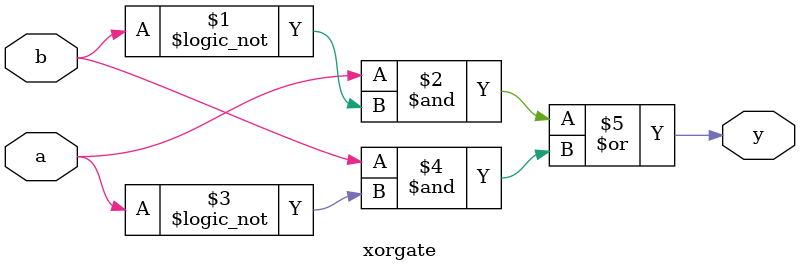
<source format=v>
module xorgate(a,b,y);
input a,b;
output y;
assign y = ((a&!b) | (b&!a));
endmodule

</source>
